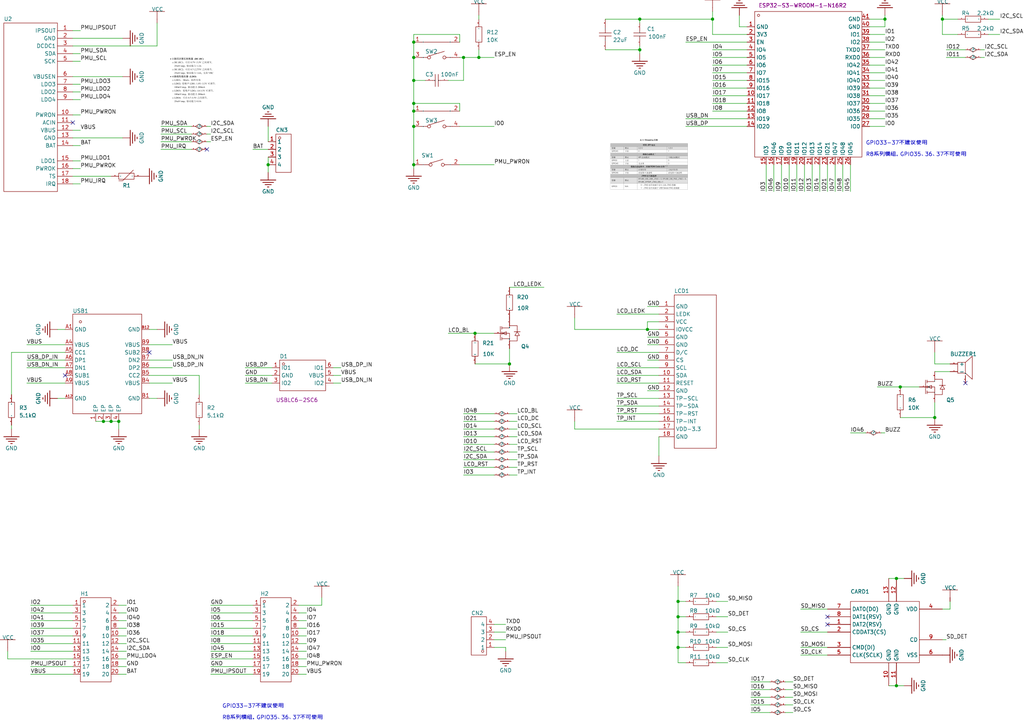
<source format=kicad_sch>
(kicad_sch (version 20250114) (generator "eeschema") (generator_version "9.0")
  (paper "User" 339.471 239.065)
  (text "GPIO33-37不建议使用" (at 287.02 48.26 0) (effects (font (size 1.27 1.27)) (justify left bottom)))
  (text "GPIO33-37不建议使用" (at 73.66 234.95 0) (effects (font (size 1.27 1.27)) (justify left bottom)))
  (text "R8系列模组，GPIO35、36、37不可使用" (at 287.02 52.07 0) (effects (font (size 1.27 1.27)) (justify left bottom)))
  (text "R8系列模组，GPIO35、36、37不可使用" (at 73.66 238.76 0) (effects (font (size 1.27 1.27)) (justify left bottom)))
  (junction (at 312.42 6.35))
  (junction (at 224.79 199.39))
  (junction (at 236.22 6.35))
  (junction (at 297.18 191.77))
  (junction (at 137.16 26.67))
  (junction (at 137.16 34.29))
  (junction (at 224.79 204.47))
  (junction (at 153.67 19.05))
  (junction (at 34.29 139.7))
  (junction (at 36.83 139.7))
  (junction (at 168.91 120.65))
  (junction (at 158.75 19.05))
  (junction (at 298.45 128.27))
  (junction (at 137.16 54.61))
  (junction (at 309.88 138.43))
  (junction (at 297.18 227.33))
  (junction (at 39.37 139.7))
  (junction (at 137.16 19.05))
  (junction (at 212.09 6.35))
  (junction (at 157.48 110.49))
  (junction (at 137.16 41.91))
  (junction (at 293.37 6.35))
  (junction (at 137.16 13.97))
  (junction (at 137.16 36.83))
  (junction (at 212.09 16.51))
  (junction (at 224.79 209.55))
  (junction (at 224.79 214.63))
  (junction (at 88.9 54.61))
  (junction (at 214.63 109.22))
  (no_connect (at 274.32 207.01))
  (no_connect (at 49.53 116.84))
  (no_connect (at 274.32 204.47))
  (no_connect (at 68.58 49.53))
  (no_connect (at 21.59 124.46))
  (no_connect (at 320.04 127))
  (no_connect (at 24.13 40.64))
  (wire (pts (xy 68.58 46.99) (xy 69.85 46.99)))
  (wire (pts (xy 99.06 215.9) (xy 101.6 215.9)))
  (wire (pts (xy 236.22 31.75) (xy 247.65 31.75)))
  (wire (pts (xy 39.37 203.2) (xy 41.91 203.2)))
  (wire (pts (xy 26.67 60.96) (xy 24.13 60.96)))
  (wire (pts (xy 293.37 16.51) (xy 288.29 16.51)))
  (wire (pts (xy 320.04 19.05) (xy 313.69 19.05)))
  (wire (pts (xy 153.67 154.94) (xy 163.83 154.94)))
  (wire (pts (xy 168.91 149.86) (xy 171.45 149.86)))
  (wire (pts (xy 317.5 6.35) (xy 312.42 6.35)))
  (wire (pts (xy 214.63 109.22) (xy 190.5 109.22)))
  (wire (pts (xy 204.47 137.16) (xy 218.44 137.16)))
  (wire (pts (xy 274.32 63.5) (xy 274.32 54.61)))
  (wire (pts (xy 260.35 236.22) (xy 262.89 236.22)))
  (wire (pts (xy 99.06 220.98) (xy 101.6 220.98)))
  (wire (pts (xy 236.22 21.59) (xy 247.65 21.59)))
  (wire (pts (xy 66.04 130.81) (xy 66.04 124.46)))
  (wire (pts (xy 255.27 233.68) (xy 248.92 233.68)))
  (wire (pts (xy 49.53 119.38) (xy 57.15 119.38)))
  (wire (pts (xy 26.67 27.94) (xy 24.13 27.94)))
  (wire (pts (xy 288.29 36.83) (xy 293.37 36.83)))
  (wire (pts (xy 21.59 121.92) (xy 8.89 121.92)))
  (wire (pts (xy 137.16 11.43) (xy 137.16 13.97)))
  (wire (pts (xy 293.37 143.51) (xy 292.1 143.51)))
  (wire (pts (xy 167.64 214.63) (xy 163.83 214.63)))
  (wire (pts (xy 190.5 105.41) (xy 190.5 109.22)))
  (wire (pts (xy 293.37 6.35) (xy 288.29 6.35)))
  (wire (pts (xy 168.91 142.24) (xy 171.45 142.24)))
  (wire (pts (xy 312.42 6.35) (xy 312.42 11.43)))
  (wire (pts (xy 63.5 44.45) (xy 53.34 44.45)))
  (wire (pts (xy 236.22 24.13) (xy 247.65 24.13)))
  (wire (pts (xy 24.13 200.66) (xy 10.16 200.66)))
  (wire (pts (xy 274.32 217.17) (xy 265.43 217.17)))
  (wire (pts (xy 274.32 209.55) (xy 265.43 209.55)))
  (wire (pts (xy 63.5 46.99) (xy 53.34 46.99)))
  (wire (pts (xy 19.05 109.22) (xy 21.59 109.22)))
  (wire (pts (xy 256.54 63.5) (xy 256.54 54.61)))
  (wire (pts (xy 163.83 212.09) (xy 167.64 212.09)))
  (wire (pts (xy 99.06 203.2) (xy 101.6 203.2)))
  (wire (pts (xy 224.79 219.71) (xy 227.33 219.71)))
  (wire (pts (xy 49.53 132.08) (xy 52.07 132.08)))
  (wire (pts (xy 314.96 201.93) (xy 314.96 199.39)))
  (wire (pts (xy 293.37 24.13) (xy 288.29 24.13)))
  (wire (pts (xy 101.6 223.52) (xy 99.06 223.52)))
  (wire (pts (xy 214.63 114.3) (xy 218.44 114.3)))
  (wire (pts (xy 168.91 147.32) (xy 171.45 147.32)))
  (wire (pts (xy 137.16 54.61) (xy 137.16 41.91)))
  (wire (pts (xy 24.13 220.98) (xy 10.16 220.98)))
  (wire (pts (xy 218.44 109.22) (xy 214.63 109.22)))
  (wire (pts (xy 204.47 124.46) (xy 218.44 124.46)))
  (wire (pts (xy 49.53 109.22) (xy 52.07 109.22)))
  (wire (pts (xy 2.54 218.44) (xy 2.54 215.9)))
  (wire (pts (xy 212.09 6.35) (xy 200.66 6.35)))
  (wire (pts (xy 66.04 140.97) (xy 66.04 142.24)))
  (wire (pts (xy 39.37 205.74) (xy 41.91 205.74)))
  (wire (pts (xy 140.97 26.67) (xy 137.16 26.67)))
  (wire (pts (xy 255.27 226.06) (xy 248.92 226.06)))
  (wire (pts (xy 261.62 63.5) (xy 261.62 54.61)))
  (wire (pts (xy 163.83 137.16) (xy 153.67 137.16)))
  (wire (pts (xy 293.37 26.67) (xy 288.29 26.67)))
  (wire (pts (xy 212.09 15.24) (xy 212.09 16.51)))
  (wire (pts (xy 152.4 54.61) (xy 163.83 54.61)))
  (wire (pts (xy 214.63 119.38) (xy 218.44 119.38)))
  (wire (pts (xy 204.47 134.62) (xy 218.44 134.62)))
  (wire (pts (xy 24.13 213.36) (xy 10.16 213.36)))
  (wire (pts (xy 153.67 19.05) (xy 158.75 19.05)))
  (wire (pts (xy 325.12 16.51) (xy 326.39 16.51)))
  (wire (pts (xy 327.66 6.35) (xy 331.47 6.35)))
  (wire (pts (xy 90.17 127) (xy 81.28 127)))
  (wire (pts (xy 21.59 127) (xy 8.89 127)))
  (wire (pts (xy 158.75 19.05) (xy 163.83 19.05)))
  (wire (pts (xy 168.91 152.4) (xy 171.45 152.4)))
  (wire (pts (xy 24.13 15.24) (xy 52.07 15.24)))
  (wire (pts (xy 26.67 38.1) (xy 24.13 38.1)))
  (wire (pts (xy 152.4 11.43) (xy 137.16 11.43)))
  (wire (pts (xy 312.42 5.08) (xy 312.42 6.35)))
  (wire (pts (xy 137.16 26.67) (xy 137.16 19.05)))
  (wire (pts (xy 312.42 11.43) (xy 317.5 11.43)))
  (wire (pts (xy 236.22 29.21) (xy 247.65 29.21)))
  (wire (pts (xy 3.81 130.81) (xy 3.81 116.84)))
  (wire (pts (xy 212.09 16.51) (xy 200.66 16.51)))
  (wire (pts (xy 152.4 41.91) (xy 163.83 41.91)))
  (wire (pts (xy 293.37 21.59) (xy 288.29 21.59)))
  (wire (pts (xy 271.78 63.5) (xy 271.78 54.61)))
  (wire (pts (xy 88.9 49.53) (xy 83.82 49.53)))
  (wire (pts (xy 39.37 213.36) (xy 41.91 213.36)))
  (wire (pts (xy 167.64 215.9) (xy 167.64 214.63)))
  (wire (pts (xy 293.37 6.35) (xy 293.37 8.89)))
  (wire (pts (xy 279.4 63.5) (xy 279.4 54.61)))
  (wire (pts (xy 259.08 63.5) (xy 259.08 54.61)))
  (wire (pts (xy 148.59 26.67) (xy 153.67 26.67)))
  (wire (pts (xy 168.91 139.7) (xy 171.45 139.7)))
  (wire (pts (xy 26.67 33.02) (xy 24.13 33.02)))
  (wire (pts (xy 266.7 63.5) (xy 266.7 54.61)))
  (wire (pts (xy 26.67 17.78) (xy 24.13 17.78)))
  (wire (pts (xy 106.68 200.66) (xy 106.68 198.12)))
  (wire (pts (xy 260.35 226.06) (xy 262.89 226.06)))
  (wire (pts (xy 163.83 207.01) (xy 167.64 207.01)))
  (wire (pts (xy 290.83 128.27) (xy 298.45 128.27)))
  (wire (pts (xy 236.22 11.43) (xy 236.22 6.35)))
  (wire (pts (xy 3.81 140.97) (xy 3.81 142.24)))
  (wire (pts (xy 83.82 213.36) (xy 69.85 213.36)))
  (wire (pts (xy 236.22 16.51) (xy 247.65 16.51)))
  (wire (pts (xy 190.5 139.7) (xy 190.5 142.24)))
  (wire (pts (xy 83.82 223.52) (xy 69.85 223.52)))
  (wire (pts (xy 152.4 36.83) (xy 152.4 34.29)))
  (wire (pts (xy 83.82 210.82) (xy 69.85 210.82)))
  (wire (pts (xy 137.16 55.88) (xy 137.16 54.61)))
  (wire (pts (xy 236.22 6.35) (xy 236.22 3.81)))
  (wire (pts (xy 158.75 5.08) (xy 158.75 6.35)))
  (wire (pts (xy 99.06 210.82) (xy 101.6 210.82)))
  (wire (pts (xy 236.22 34.29) (xy 247.65 34.29)))
  (wire (pts (xy 153.67 19.05) (xy 152.4 19.05)))
  (wire (pts (xy 218.44 144.78) (xy 218.44 151.13)))
  (wire (pts (xy 312.42 212.09) (xy 313.69 212.09)))
  (wire (pts (xy 236.22 6.35) (xy 212.09 6.35)))
  (wire (pts (xy 294.64 227.33) (xy 297.18 227.33)))
  (wire (pts (xy 227.33 13.97) (xy 247.65 13.97)))
  (wire (pts (xy 293.37 41.91) (xy 288.29 41.91)))
  (wire (pts (xy 39.37 223.52) (xy 41.91 223.52)))
  (wire (pts (xy 3.81 116.84) (xy 21.59 116.84)))
  (wire (pts (xy 298.45 128.27) (xy 304.8 128.27)))
  (wire (pts (xy 204.47 127) (xy 218.44 127)))
  (wire (pts (xy 39.37 200.66) (xy 41.91 200.66)))
  (wire (pts (xy 224.79 214.63) (xy 224.79 219.71)))
  (wire (pts (xy 153.67 139.7) (xy 163.83 139.7)))
  (wire (pts (xy 237.49 209.55) (xy 241.3 209.55)))
  (wire (pts (xy 247.65 11.43) (xy 236.22 11.43)))
  (wire (pts (xy 49.53 127) (xy 57.15 127)))
  (wire (pts (xy 99.06 213.36) (xy 101.6 213.36)))
  (wire (pts (xy 236.22 36.83) (xy 247.65 36.83)))
  (wire (pts (xy 152.4 13.97) (xy 152.4 11.43)))
  (wire (pts (xy 168.91 120.65) (xy 157.48 120.65)))
  (wire (pts (xy 19.05 132.08) (xy 21.59 132.08)))
  (wire (pts (xy 255.27 231.14) (xy 248.92 231.14)))
  (wire (pts (xy 110.49 124.46) (xy 113.03 124.46)))
  (wire (pts (xy 309.88 133.35) (xy 309.88 138.43)))
  (wire (pts (xy 254 63.5) (xy 254 54.61)))
  (wire (pts (xy 212.09 6.35) (xy 212.09 7.62)))
  (wire (pts (xy 227.33 199.39) (xy 224.79 199.39)))
  (wire (pts (xy 39.37 218.44) (xy 41.91 218.44)))
  (wire (pts (xy 293.37 19.05) (xy 288.29 19.05)))
  (wire (pts (xy 99.06 208.28) (xy 101.6 208.28)))
  (wire (pts (xy 26.67 53.34) (xy 24.13 53.34)))
  (wire (pts (xy 237.49 219.71) (xy 241.3 219.71)))
  (wire (pts (xy 214.63 101.6) (xy 218.44 101.6)))
  (wire (pts (xy 49.53 121.92) (xy 57.15 121.92)))
  (wire (pts (xy 224.79 209.55) (xy 224.79 214.63)))
  (wire (pts (xy 110.49 121.92) (xy 113.03 121.92)))
  (wire (pts (xy 36.83 139.7) (xy 39.37 139.7)))
  (wire (pts (xy 39.37 215.9) (xy 41.91 215.9)))
  (wire (pts (xy 83.82 215.9) (xy 69.85 215.9)))
  (wire (pts (xy 255.27 236.22) (xy 248.92 236.22)))
  (wire (pts (xy 137.16 34.29) (xy 137.16 26.67)))
  (wire (pts (xy 325.12 19.05) (xy 326.39 19.05)))
  (wire (pts (xy 88.9 52.07) (xy 88.9 54.61)))
  (wire (pts (xy 245.11 8.89) (xy 245.11 5.08)))
  (wire (pts (xy 83.82 220.98) (xy 69.85 220.98)))
  (wire (pts (xy 39.37 208.28) (xy 41.91 208.28)))
  (wire (pts (xy 24.13 210.82) (xy 10.16 210.82)))
  (wire (pts (xy 88.9 54.61) (xy 88.9 57.15)))
  (wire (pts (xy 148.59 110.49) (xy 157.48 110.49)))
  (wire (pts (xy 39.37 220.98) (xy 41.91 220.98)))
  (wire (pts (xy 24.13 10.16) (xy 26.67 10.16)))
  (wire (pts (xy 236.22 26.67) (xy 247.65 26.67)))
  (wire (pts (xy 224.79 204.47) (xy 224.79 209.55)))
  (wire (pts (xy 293.37 29.21) (xy 288.29 29.21)))
  (wire (pts (xy 314.96 123.19) (xy 309.88 123.19)))
  (wire (pts (xy 214.63 111.76) (xy 218.44 111.76)))
  (wire (pts (xy 168.91 137.16) (xy 171.45 137.16)))
  (wire (pts (xy 274.32 201.93) (xy 265.43 201.93)))
  (wire (pts (xy 68.58 44.45) (xy 69.85 44.45)))
  (wire (pts (xy 24.13 203.2) (xy 10.16 203.2)))
  (wire (pts (xy 260.35 228.6) (xy 262.89 228.6)))
  (wire (pts (xy 312.42 201.93) (xy 314.96 201.93)))
  (wire (pts (xy 276.86 63.5) (xy 276.86 54.61)))
  (wire (pts (xy 163.83 209.55) (xy 167.64 209.55)))
  (wire (pts (xy 320.04 16.51) (xy 313.69 16.51)))
  (wire (pts (xy 83.82 200.66) (xy 69.85 200.66)))
  (wire (pts (xy 153.67 157.48) (xy 163.83 157.48)))
  (wire (pts (xy 34.29 139.7) (xy 36.83 139.7)))
  (wire (pts (xy 281.94 143.51) (xy 287.02 143.51)))
  (wire (pts (xy 21.59 119.38) (xy 8.89 119.38)))
  (wire (pts (xy 237.49 204.47) (xy 241.3 204.47)))
  (wire (pts (xy 153.67 152.4) (xy 163.83 152.4)))
  (wire (pts (xy 24.13 223.52) (xy 10.16 223.52)))
  (wire (pts (xy 293.37 31.75) (xy 288.29 31.75)))
  (wire (pts (xy 26.67 43.18) (xy 24.13 43.18)))
  (wire (pts (xy 110.49 127) (xy 113.03 127)))
  (wire (pts (xy 218.44 106.68) (xy 214.63 106.68)))
  (wire (pts (xy 247.65 8.89) (xy 245.11 8.89)))
  (wire (pts (xy 227.33 204.47) (xy 224.79 204.47)))
  (wire (pts (xy 168.91 154.94) (xy 171.45 154.94)))
  (wire (pts (xy 88.9 41.91) (xy 88.9 46.99)))
  (wire (pts (xy 39.37 210.82) (xy 41.91 210.82)))
  (wire (pts (xy 26.67 48.26) (xy 24.13 48.26)))
  (wire (pts (xy 218.44 142.24) (xy 190.5 142.24)))
  (wire (pts (xy 227.33 39.37) (xy 247.65 39.37)))
  (wire (pts (xy 293.37 13.97) (xy 288.29 13.97)))
  (wire (pts (xy 40.64 25.4) (xy 24.13 25.4)))
  (wire (pts (xy 36.83 58.42) (xy 24.13 58.42)))
  (wire (pts (xy 24.13 205.74) (xy 10.16 205.74)))
  (wire (pts (xy 153.67 147.32) (xy 163.83 147.32)))
  (wire (pts (xy 83.82 218.44) (xy 69.85 218.44)))
  (wire (pts (xy 53.34 41.91) (xy 63.5 41.91)))
  (wire (pts (xy 158.75 19.05) (xy 158.75 16.51)))
  (wire (pts (xy 255.27 228.6) (xy 248.92 228.6)))
  (wire (pts (xy 24.13 215.9) (xy 10.16 215.9)))
  (wire (pts (xy 309.88 120.65) (xy 314.96 120.65)))
  (wire (pts (xy 204.47 139.7) (xy 218.44 139.7)))
  (wire (pts (xy 297.18 191.77) (xy 299.72 191.77)))
  (wire (pts (xy 214.63 106.68) (xy 214.63 109.22)))
  (wire (pts (xy 24.13 208.28) (xy 10.16 208.28)))
  (wire (pts (xy 212.09 16.51) (xy 212.09 17.78)))
  (wire (pts (xy 293.37 34.29) (xy 288.29 34.29)))
  (wire (pts (xy 237.49 199.39) (xy 241.3 199.39)))
  (wire (pts (xy 68.58 41.91) (xy 69.85 41.91)))
  (wire (pts (xy 24.13 218.44) (xy 2.54 218.44)))
  (wire (pts (xy 63.5 49.53) (xy 53.34 49.53)))
  (wire (pts (xy 26.67 30.48) (xy 24.13 30.48)))
  (wire (pts (xy 281.94 63.5) (xy 281.94 54.61)))
  (wire (pts (xy 288.29 39.37) (xy 293.37 39.37)))
  (wire (pts (xy 40.64 12.7) (xy 24.13 12.7)))
  (wire (pts (xy 21.59 114.3) (xy 8.89 114.3)))
  (wire (pts (xy 309.88 138.43) (xy 298.45 138.43)))
  (wire (pts (xy 83.82 208.28) (xy 69.85 208.28)))
  (wire (pts (xy 218.44 104.14) (xy 204.47 104.14)))
  (wire (pts (xy 294.64 191.77) (xy 297.18 191.77)))
  (wire (pts (xy 31.75 139.7) (xy 34.29 139.7)))
  (wire (pts (xy 168.91 157.48) (xy 171.45 157.48)))
  (wire (pts (xy 204.47 121.92) (xy 218.44 121.92)))
  (wire (pts (xy 309.88 116.84) (xy 309.88 120.65)))
  (wire (pts (xy 24.13 45.72) (xy 40.64 45.72)))
  (wire (pts (xy 293.37 5.08) (xy 293.37 6.35)))
  (wire (pts (xy 153.67 144.78) (xy 163.83 144.78)))
  (wire (pts (xy 49.53 114.3) (xy 57.15 114.3)))
  (wire (pts (xy 227.33 209.55) (xy 224.79 209.55)))
  (wire (pts (xy 52.07 15.24) (xy 52.07 7.62)))
  (wire (pts (xy 39.37 142.24) (xy 39.37 139.7)))
  (wire (pts (xy 293.37 11.43) (xy 288.29 11.43)))
  (wire (pts (xy 137.16 36.83) (xy 137.16 41.91)))
  (wire (pts (xy 83.82 205.74) (xy 69.85 205.74)))
  (wire (pts (xy 90.17 121.92) (xy 81.28 121.92)))
  (wire (pts (xy 168.91 144.78) (xy 171.45 144.78)))
  (wire (pts (xy 274.32 214.63) (xy 265.43 214.63)))
  (wire (pts (xy 327.66 11.43) (xy 331.47 11.43)))
  (wire (pts (xy 137.16 19.05) (xy 137.16 13.97)))
  (wire (pts (xy 83.82 203.2) (xy 69.85 203.2)))
  (wire (pts (xy 264.16 63.5) (xy 264.16 54.61)))
  (wire (pts (xy 214.63 129.54) (xy 218.44 129.54)))
  (wire (pts (xy 90.17 124.46) (xy 81.28 124.46)))
  (wire (pts (xy 236.22 19.05) (xy 247.65 19.05)))
  (wire (pts (xy 137.16 34.29) (xy 137.16 36.83)))
  (wire (pts (xy 297.18 227.33) (xy 299.72 227.33)))
  (wire (pts (xy 260.35 233.68) (xy 262.89 233.68)))
  (wire (pts (xy 163.83 110.49) (xy 157.48 110.49)))
  (wire (pts (xy 153.67 26.67) (xy 153.67 19.05)))
  (wire (pts (xy 224.79 199.39) (xy 224.79 204.47)))
  (wire (pts (xy 204.47 116.84) (xy 218.44 116.84)))
  (wire (pts (xy 26.67 20.32) (xy 24.13 20.32)))
  (wire (pts (xy 293.37 8.89) (xy 288.29 8.89)))
  (wire (pts (xy 99.06 205.74) (xy 101.6 205.74)))
  (wire (pts (xy 99.06 218.44) (xy 101.6 218.44)))
  (wire (pts (xy 204.47 132.08) (xy 218.44 132.08)))
  (wire (pts (xy 153.67 149.86) (xy 163.83 149.86)))
  (wire (pts (xy 269.24 63.5) (xy 269.24 54.61)))
  (wire (pts (xy 260.35 231.14) (xy 262.89 231.14)))
  (wire (pts (xy 153.67 142.24) (xy 163.83 142.24)))
  (wire (pts (xy 99.06 200.66) (xy 106.68 200.66)))
  (wire (pts (xy 152.4 34.29) (xy 137.16 34.29)))
  (wire (pts (xy 224.79 194.31) (xy 224.79 199.39)))
  (wire (pts (xy 227.33 214.63) (xy 224.79 214.63)))
  (wire (pts (xy 237.49 214.63) (xy 241.3 214.63)))
  (wire (pts (xy 66.04 124.46) (xy 49.53 124.46)))
  (wire (pts (xy 26.67 55.88) (xy 24.13 55.88)))
  (wire (pts (xy 180.34 95.25) (xy 168.91 95.25)))
  (wire (pts (xy 227.33 41.91) (xy 247.65 41.91)))
  (wire (pts (xy 168.91 115.57) (xy 168.91 120.65)))
  (image (at 215.265 54.61) (scale 0.289788))
  (image (at 63.881 26.67) (scale 0.361376))
  (label "PMU_SCL" (at 53.34 44.45 0))
  (label "IO8" (at 69.85 213.36 0))
  (label "IO2" (at 10.16 200.66 0))
  (label "TXD0" (at 293.37 16.51 0))
  (label "PMU_LDO1" (at 26.67 53.34 0))
  (label "IO5" (at 248.92 236.22 0))
  (label "SD_DET" (at 241.3 204.47 0))
  (label "SD_CS" (at 265.43 209.55 0))
  (label "IO42" (at 10.16 203.2 0))
  (label "SD_DET" (at 262.89 226.06 0))
  (label "IO10" (at 153.67 147.32 0))
  (label "TP_RST" (at 171.45 154.94 0))
  (label "VBUS" (at 57.15 127 0))
  (label "ESP_EN" (at 163.83 19.05 0))
  (label "IO13" (at 269.24 63.5 90))
  (label "IO14" (at 153.67 142.24 0))
  (label "IO4" (at 236.22 16.51 0))
  (label "SD_MOSI" (at 265.43 214.63 0))
  (label "IO39" (at 10.16 208.28 0))
  (label "I2C_SCL" (at 331.47 6.35 0))
  (label "SD_CLK" (at 241.3 219.71 0))
  (label "PMU_LDO2" (at 26.67 30.48 0))
  (label "PMU_IRQ" (at 53.34 49.53 0))
  (label "LCD_DC" (at 171.45 139.7 0))
  (label "IO6" (at 236.22 21.59 0))
  (label "GND" (at 214.63 119.38 0))
  (label "LCD_LEDK" (at 204.47 104.14 0))
  (label "USB_DN" (at 227.33 39.37 0))
  (label "IO12" (at 313.69 16.51 0))
  (label "IO11" (at 313.69 19.05 0))
  (label "IO35" (at 10.16 213.36 0))
  (label "SD_MOSI" (at 262.89 231.14 0))
  (label "VBUS" (at 10.16 223.52 0))
  (label "GND" (at 41.91 220.98 0))
  (label "LCD_SDA" (at 204.47 124.46 0))
  (label "IO48" (at 153.67 137.16 0))
  (label "USB_DP" (at 81.28 121.92 0))
  (label "PMU_LDO4" (at 41.91 218.44 0))
  (label "IO1" (at 293.37 11.43 0))
  (label "PMU_IRQ" (at 26.67 60.96 0))
  (label "IO14" (at 271.78 63.5 90))
  (label "LCD_SCL" (at 204.47 121.92 0))
  (label "BUZZ" (at 290.83 128.27 0))
  (label "IO47" (at 101.6 215.9 0))
  (label "IO36" (at 293.37 36.83 0))
  (label "PMU_IPSOUT" (at 10.16 220.98 0))
  (label "SD_MISO" (at 265.43 201.93 0))
  (label "USB_DP_IN" (at 57.15 121.92 0))
  (label "PMU_IPSOUT" (at 26.67 10.16 0))
  (label "IO41" (at 10.16 205.74 0))
  (label "TP_INT" (at 171.45 157.48 0))
  (label "IO40" (at 293.37 26.67 0))
  (label "IO42" (at 293.37 21.59 0))
  (label "BUZZ" (at 293.37 143.51 0))
  (label "IO0" (at 163.83 41.91 0))
  (label "LCD_RST" (at 171.45 147.32 0))
  (label "VBUS" (at 26.67 43.18 0))
  (label "BAT" (at 83.82 49.53 0))
  (label "TP_SCL" (at 204.47 132.08 0))
  (label "VBUS" (at 57.15 114.3 0))
  (label "TP_SDA" (at 204.47 134.62 0))
  (label "ESP_EN" (at 69.85 46.99 0))
  (label "VBUS" (at 113.03 124.46 0))
  (label "IO8" (at 236.22 36.83 0))
  (label "PMU_SDA" (at 26.67 17.78 0))
  (label "IO46" (at 281.94 143.51 0))
  (label "IO40" (at 41.91 205.74 0))
  (label "PMU_SCL" (at 26.67 20.32 0))
  (label "IO4" (at 101.6 203.2 0))
  (label "ESP_EN" (at 69.85 218.44 0))
  (label "IO37" (at 293.37 34.29 0))
  (label "IO2" (at 293.37 13.97 0))
  (label "IO3" (at 254 63.5 90))
  (label "USB_DP_IN" (at 8.89 119.38 0))
  (label "IO17" (at 101.6 210.82 0))
  (label "IO46" (at 256.54 63.5 90))
  (label "IO5" (at 236.22 19.05 0))
  (label "I2C_SDA" (at 153.67 152.4 0))
  (label "LCD_RST" (at 153.67 154.94 0))
  (label "SD_DET" (at 313.69 212.09 0))
  (label "LCD_SCL" (at 171.45 142.24 0))
  (label "PMU_PWRON" (at 26.67 38.1 0))
  (label "USB_DP" (at 227.33 41.91 0))
  (label "IO16" (at 236.22 29.21 0))
  (label "GND" (at 69.85 200.66 0))
  (label "I2C_SDA" (at 331.47 11.43 0))
  (label "PMU_LDO3" (at 26.67 27.94 0))
  (label "IO37" (at 10.16 210.82 0))
  (label "PMU_PWRON" (at 163.83 54.61 0))
  (label "VBUS" (at 8.89 114.3 0))
  (label "IO38" (at 41.91 208.28 0))
  (label "GND" (at 214.63 129.54 0))
  (label "IO0" (at 293.37 41.91 0))
  (label "SD_CLK" (at 262.89 233.68 0))
  (label "PMU_LDO4" (at 26.67 33.02 0))
  (label "IO16" (at 101.6 208.28 0))
  (label "IO13" (at 153.67 144.78 0))
  (label "PMU_PWRON" (at 101.6 220.98 0))
  (label "TP_SDA" (at 171.45 152.4 0))
  (label "VBUS" (at 101.6 223.52 0))
  (label "IO36" (at 41.91 210.82 0))
  (label "IO7" (at 101.6 205.74 0))
  (label "IO6" (at 69.85 205.74 0))
  (label "LCD_BL" (at 148.59 110.49 0))
  (label "IO48" (at 101.6 218.44 0))
  (label "USB_DN_IN" (at 8.89 121.92 0))
  (label "IO17" (at 248.92 226.06 0))
  (label "BAT" (at 41.91 223.52 0))
  (label "LCD_RST" (at 204.47 127 0))
  (label "PMU_PWROK" (at 26.67 55.88 0))
  (label "RXD0" (at 293.37 19.05 0))
  (label "IO18" (at 69.85 210.82 0))
  (label "SD_CLK" (at 265.43 217.17 0))
  (label "SD_CS" (at 262.89 236.22 0))
  (label "GND" (at 214.63 114.3 0))
  (label "IO9" (at 101.6 213.36 0))
  (label "PMU_IPSOUT" (at 69.85 223.52 0))
  (label "IO15" (at 248.92 233.68 0))
  (label "USB_DN" (at 81.28 127 0))
  (label "I2C_SCL" (at 153.67 149.86 0))
  (label "IO3" (at 153.67 157.48 0))
  (label "IO6" (at 248.92 231.14 0))
  (label "I2C_SDA" (at 41.91 215.9 0))
  (label "I2C_SCL" (at 326.39 16.51 0))
  (label "SD_MOSI" (at 241.3 214.63 0))
  (label "RXD0" (at 167.64 209.55 0))
  (label "IO38" (at 293.37 31.75 0))
  (label "SD_MISO" (at 241.3 199.39 0))
  (label "IO10" (at 261.62 63.5 90))
  (label "TP_SCL" (at 171.45 149.86 0))
  (label "I2C_SDA" (at 326.39 19.05 0))
  (label "GND" (at 41.91 203.2 0))
  (label "USB_DN_IN" (at 113.03 127 0))
  (label "PMU_SDA" (at 53.34 41.91 0))
  (label "LCD_SDA" (at 171.45 144.78 0))
  (label "GND" (at 214.63 111.76 0))
  (label "IO39" (at 293.37 29.21 0))
  (label "I2C_SCL" (at 41.91 213.36 0))
  (label "PMU_IPSOUT" (at 167.64 212.09 0))
  (label "IO17" (at 236.22 31.75 0))
  (label "IO21" (at 274.32 63.5 90))
  (label "PMU_PWROK" (at 53.34 46.99 0))
  (label "IO11" (at 264.16 63.5 90))
  (label "IO16" (at 248.92 228.6 0))
  (label "IO7" (at 236.22 24.13 0))
  (label "I2C_SDA" (at 69.85 41.91 0))
  (label "GND" (at 81.28 124.46 0))
  (label "TP_RST" (at 204.47 137.16 0))
  (label "LCD_LEDK" (at 170.18 95.25 0))
  (label "IO48" (at 279.4 63.5 90))
  (label "ESP_EN" (at 227.33 13.97 0))
  (label "IO45" (at 281.94 63.5 90))
  (label "IO35" (at 293.37 39.37 0))
  (label "SD_MISO" (at 262.89 228.6 0))
  (label "IO12" (at 266.7 63.5 90))
  (label "IO47" (at 276.86 63.5 90))
  (label "IO18" (at 236.22 34.29 0))
  (label "IO0" (at 10.16 215.9 0))
  (label "SD_CS" (at 241.3 209.55 0))
  (label "BAT" (at 26.67 48.26 0))
  (label "VBUS" (at 8.89 127 0))
  (label "IO45" (at 69.85 215.9 0))
  (label "TXD0" (at 167.64 207.01 0))
  (label "LCD_BL" (at 171.45 137.16 0))
  (label "IO15" (at 69.85 208.28 0))
  (label "IO15" (at 236.22 26.67 0))
  (label "I2C_SCL" (at 69.85 44.45 0))
  (label "LCD_DC" (at 204.47 116.84 0))
  (label "IO1" (at 41.91 200.66 0))
  (label "GND" (at 69.85 220.98 0))
  (label "USB_DN_IN" (at 57.15 119.38 0))
  (label "TP_INT" (at 204.47 139.7 0))
  (label "USB_DP_IN" (at 113.03 121.92 0))
  (label "IO5" (at 69.85 203.2 0))
  (label "GND" (at 214.63 101.6 0))
  (label "IO21" (at 153.67 139.7 0))
  (label "IO9" (at 259.08 63.5 90))
  (label "IO41" (at 293.37 24.13 0))
  (symbol (lib_id "ProPrj_【ES-easyedapro:Ground-GND") (at 52.07 109.22 90) (unit 1)
    (property "Reference" "#PWR?" (effects (hide yes)))
    (property "Value" "GND" (at 58.42 109.22 0))
    (property "Footprint" "ProPrj_【ES-easyedapro:" (effects (hide yes)))
  )
  (symbol (lib_id "ProPrj_【ES-easyedapro:Power-VCC") (at 309.88 116.84 0) (unit 1)
    (property "Reference" "#PWR?" (effects (hide yes)))
    (property "Value" "VCC" (at 308.102 113.03 0) (effects (justify left bottom)))
    (property "Footprint" "ProPrj_【ES-easyedapro:" (effects (hide yes)))
  )
  (symbol (lib_id "ProPrj_【ES-easyedapro:Ground-GND") (at 66.04 142.24 0) (unit 1)
    (property "Reference" "#PWR?" (effects (hide yes)))
    (property "Value" "GND" (at 66.04 148.59 0))
    (property "Footprint" "ProPrj_【ES-easyedapro:" (effects (hide yes)))
  )
  (symbol (lib_id "ProPrj_【ES-easyedapro:RC0402FR-0710KL") (at 232.41 204.47 180) (unit 1)
    (property "Reference" "R8" (at 228.5746 203.2 0) (effects (justify right top)))
    (property "Value" "10kΩ" (at 233.6546 203.2 0) (effects (justify right top)))
    (property "Footprint" "ProPrj_【ES-easyedapro:R0402" (effects (hide yes)))
    (property "Datasheet" "https://atta.szlcsc.com/upload/public/pdf/source/20170606/1496716515432.pdf" (effects (hide yes)))
    (property "Description" "电阻类型:厚膜电阻;阻值:10kΩ;精度:±1%;功率:62.5mW;温度系数:±100ppm/;最大工作电压:50V;工作温度范围:-55~+155;" (effects (hide yes)))
    (property "Manufacturer Part" "RC0402FR-0710KL" (effects (hide yes)))
    (property "Manufacturer" "YAGEO(国巨)" (effects (hide yes)))
    (property "Supplier Part" "C60490" (effects (hide yes)))
    (property "Supplier" "LCSC" (effects (hide yes)))
    (property "LCSC Part Name" "10kΩ ±1%" (effects (hide yes)))
    (property "Operating Temperature Range" "-55~+155" (effects (hide yes)))
    (property "Temperature Coefficient" "±100ppm/" (effects (hide yes)))
  )
  (symbol (lib_id "ProPrj_【ES-easyedapro:ESP32-S3-WROOM-1(N16R2)") (at 267.97 29.21 0) (unit 1)
    (property "Reference" "U1" (at 266.7 -1.2446 0) (effects (justify left bottom)))
    (property "Footprint" "ProPrj_【ES-easyedapro:WIRELM-SMD_ESP32-S3-WROOM-1" (effects (hide yes)))
    (property "Datasheet" "https://atta.szlcsc.com/upload/public/pdf/source/20220628/A2AC12B3C87735CAEB7EBE2DBE80936C.pdf" (effects (hide yes)))
    (property "Manufacturer Part" "ESP32-S3-WROOM-1(N16R2)" (effects (hide yes)))
    (property "Manufacturer" "ESPRESSIF(乐鑫)" (effects (hide yes)))
    (property "Supplier Part" "C2913205" (effects (hide yes)))
    (property "Supplier" "LCSC" (effects (hide yes)))
    (property "LCSC Part Name" "ESP32-S3-WROOM-1-N16R2" (at 251.46 2.54 0) (effects (justify left bottom)))
  )
  (symbol (lib_id "ProPrj_【ES-easyedapro:0402WGF2201TCE") (at 322.58 6.35 0) (unit 1)
    (property "Reference" "R4" (at 318.77 5.08 0) (effects (justify left bottom)))
    (property "Value" "2.2kΩ" (at 323.85 5.08 0) (effects (justify left bottom)))
    (property "Footprint" "ProPrj_【ES-easyedapro:R0402" (effects (hide yes)))
    (property "Datasheet" "https://atta.szlcsc.com/upload/public/pdf/source/20200306/C422600_1E6D84923E4A46A82E41ADD87F860B5C.pdf" (effects (hide yes)))
    (property "Description" "电阻类型:厚膜电阻;阻值:2.2kΩ;精度:±1%;功率:1/16W;温度系数:±100ppm/;最大工作电压:50V;工作温度范围:-55~+155;" (effects (hide yes)))
    (property "Manufacturer Part" "0402WGF2201TCE" (effects (hide yes)))
    (property "Manufacturer" "UNI-ROYAL(厚声)" (effects (hide yes)))
    (property "Supplier Part" "C25879" (effects (hide yes)))
    (property "Supplier" "LCSC" (effects (hide yes)))
    (property "LCSC Part Name" "2.2kΩ ±1%" (effects (hide yes)))
    (property "Operating Temperature Range" "-55~+155" (effects (hide yes)))
    (property "Temperature Coefficient" "±100ppm/" (effects (hide yes)))
  )
  (symbol (lib_id "ProPrj_【ES-easyedapro:TINY-PMU-AXP173") (at 10.16 34.29 0) (unit 1)
    (property "Reference" "U2" (at 1.27 7.0104 0) (effects (justify left bottom)))
    (property "Footprint" "ProPrj_【ES-easyedapro:TINY-PMU-AXP173" (effects (hide yes)))
    (property "Add into BOM" "yes" (effects (hide yes)))
    (property "Convert to PCB" "yes" (effects (hide yes)))
  )
  (symbol (lib_id "ProPrj_【ES-easyedapro:Ground-GND") (at 299.72 227.33 90) (unit 1)
    (property "Reference" "#PWR?" (effects (hide yes)))
    (property "Value" "GND" (at 306.07 227.33 0))
    (property "Footprint" "ProPrj_【ES-easyedapro:" (effects (hide yes)))
  )
  (symbol (lib_id "ProPrj_【ES-easyedapro:AO3400A_C700953") (at 168.91 110.49 0) (unit 1)
    (property "Reference" "Q4" (at 172.72 115.57 0) (effects (justify left bottom)))
    (property "Footprint" "ProPrj_【ES-easyedapro:SOT-23-3_L2.9-W1.3-P1.90-LS2.4-BR" (effects (hide yes)))
    (property "Datasheet" "https://atta.szlcsc.com/upload/public/pdf/source/20200713/C700953_2C399A25E2B0CA38CA8BE1B404780CC1.pdf" (effects (hide yes)))
    (property "Description" "类型:N沟道;漏源电压(Vdss):30V;连续漏极电流(Id):5.2A;功率(Pd):1W;导通电阻(RDS(on)@Vgs,Id):35m@10V,5A;阈值电压(Vgs(th)@Id):1.5V@250A;" (effects (hide yes)))
    (property "Manufacturer Part" "AO3400A" (effects (hide yes)))
    (property "Manufacturer" "HUASHUO(华朔)" (effects (hide yes)))
    (property "Supplier Part" "C700953" (effects (hide yes)))
    (property "Supplier" "LCSC" (effects (hide yes)))
    (property "LCSC Part Name" "N沟道 30V 5.2A" (effects (hide yes)))
    (property "Drain Source On Resistance (RDS(on)@Vgs,Id)" "35m@10V,5A" (effects (hide yes)))
    (property "Gate Threshold Voltage (Vgs(th)@Id)" "1.5V@250A" (effects (hide yes)))
  )
  (symbol (lib_id "ProPrj_【ES-easyedapro:Short-Symbol") (at 257.81 231.14 0) (unit 1)
    (property "Reference" "?" (at 257.81 231.14 0))
    (property "Footprint" "ProPrj_【ES-easyedapro:" (effects (hide yes)))
  )
  (symbol (lib_id "ProPrj_【ES-easyedapro:Short-Symbol") (at 166.37 149.86 0) (unit 1)
    (property "Reference" "?" (at 166.37 149.86 0))
    (property "Footprint" "ProPrj_【ES-easyedapro:" (effects (hide yes)))
  )
  (symbol (lib_id "ProPrj_【ES-easyedapro:TS24CA") (at 144.78 39.37 0) (unit 1)
    (property "Reference" "SW3" (at 140.97 40.64 0) (effects (justify left bottom)))
    (property "Footprint" "ProPrj_【ES-easyedapro:SW-SMD_TS24CA" (effects (hide yes)))
    (property "Datasheet" "https://atta.szlcsc.com/upload/public/pdf/source/20190521/C393942_591A9E318887EFA4274D34029981AD99.pdf" (effects (hide yes)))
    (property "Description" "触点电流:50mA;额定电压(DC):12V;电路结构:单刀单掷;安装方式:卧贴;按钮形状:矩形按钮;带灯:-;开关长度:4.55mm;开关宽度:1.8mm;开关高度:3.5mm;" (effects (hide yes)))
    (property "Manufacturer Part" "TS24CA" (effects (hide yes)))
    (property "Manufacturer" "SHOU HAN(首韩)" (effects (hide yes)))
    (property "Supplier Part" "C393942" (effects (hide yes)))
    (property "Supplier" "LCSC" (effects (hide yes)))
    (property "LCSC Part Name" "2*4*3.5半包小贝贝TS-018小侧按键m165蓝牙耳机轻触开关" (effects (hide yes)))
  )
  (symbol (lib_id "ProPrj_【ES-easyedapro:Short-Symbol") (at 257.81 226.06 0) (unit 1)
    (property "Reference" "?" (at 257.81 226.06 0))
    (property "Footprint" "ProPrj_【ES-easyedapro:" (effects (hide yes)))
  )
  (symbol (lib_id "ProPrj_【ES-easyedapro:Ground-GND") (at 212.09 17.78 0) (unit 1)
    (property "Reference" "#PWR?" (effects (hide yes)))
    (property "Value" "GND" (at 212.09 24.13 0))
    (property "Footprint" "ProPrj_【ES-easyedapro:" (effects (hide yes)))
  )
  (symbol (lib_id "ProPrj_【ES-easyedapro:Ground-GND") (at 19.05 109.22 270) (unit 1)
    (property "Reference" "#PWR?" (effects (hide yes)))
    (property "Value" "GND" (at 12.7 109.22 0))
    (property "Footprint" "ProPrj_【ES-easyedapro:" (effects (hide yes)))
  )
  (symbol (lib_id "ProPrj_【ES-easyedapro:NCP18XH103F03RB") (at 41.91 58.42 0) (unit 1)
    (property "Reference" "R1" (at 40.64 62.23 0) (effects (justify left bottom)))
    (property "Footprint" "ProPrj_【ES-easyedapro:R0603" (effects (hide yes)))
    (property "Datasheet" "https://atta.szlcsc.com/upload/public/pdf/source/20130819/1457706638081.pdf" (effects (hide yes)))
    (property "Description" "阻值(25):10kΩ;电阻精度:±1%;B值精度:±1%;B值(25/50):3380K;功率:100mW;最大稳态电流(25):0.31mA;B值(25/75):-;B值(25/85):3334K;B值(25/100):3455K;工作温度:-40~+125;" (effects (hide yes)))
    (property "Manufacturer Part" "NCP18XH103F03RB" (effects (hide yes)))
    (property "Manufacturer" "muRata(村田)" (effects (hide yes)))
    (property "Supplier Part" "C13564" (effects (hide yes)))
    (property "Supplier" "LCSC" (effects (hide yes)))
    (property "LCSC Part Name" "10kΩ 电阻精度:±1% 3380K" (effects (hide yes)))
    (property "Operating Temperature" "-40~+125" (effects (hide yes)))
  )
  (symbol (lib_id "ProPrj_【ES-easyedapro:Short-Symbol") (at 66.04 46.99 0) (unit 1)
    (property "Reference" "?" (at 66.04 46.99 0))
    (property "Footprint" "ProPrj_【ES-easyedapro:" (effects (hide yes)))
  )
  (symbol (lib_id "ProPrj_【ES-easyedapro:Short-Symbol") (at 166.37 147.32 0) (unit 1)
    (property "Reference" "?" (at 166.37 147.32 0))
    (property "Footprint" "ProPrj_【ES-easyedapro:" (effects (hide yes)))
  )
  (symbol (lib_id "ProPrj_【ES-easyedapro:Power-VCC") (at 236.22 3.81 0) (unit 1)
    (property "Reference" "#PWR?" (effects (hide yes)))
    (property "Value" "VCC" (at 234.442 0 0) (effects (justify left bottom)))
    (property "Footprint" "ProPrj_【ES-easyedapro:" (effects (hide yes)))
  )
  (symbol (lib_id "ProPrj_【ES-easyedapro:Short-Symbol") (at 257.81 236.22 0) (unit 1)
    (property "Reference" "?" (at 257.81 236.22 0))
    (property "Footprint" "ProPrj_【ES-easyedapro:" (effects (hide yes)))
  )
  (symbol (lib_id "ProPrj_【ES-easyedapro:Short-Symbol") (at 257.81 233.68 0) (unit 1)
    (property "Reference" "?" (at 257.81 233.68 0))
    (property "Footprint" "ProPrj_【ES-easyedapro:" (effects (hide yes)))
  )
  (symbol (lib_id "ProPrj_【ES-easyedapro:USBLC6-2SC6_C2827654") (at 100.33 124.46 0) (unit 1)
    (property "Reference" "D1" (at 92.71 118.8466 0) (effects (justify left bottom)))
    (property "Footprint" "ProPrj_【ES-easyedapro:SOT-23-6_L2.9-W1.6-P0.95-LS2.8-BL" (effects (hide yes)))
    (property "Datasheet" "https://atta.szlcsc.com/upload/public/pdf/source/20210810/FBD75DE717D6D97BAC6DD7F2B5C09DCD.pdf" (effects (hide yes)))
    (property "Description" "极性:-;反向关断电压（典型值）:-;击穿电压（最小值）:-;箝位电压:-;峰值脉冲电流（10/1000us）:-;" (effects (hide yes)))
    (property "Manufacturer Part" "USBLC6-2SC6" (effects (hide yes)))
    (property "Manufacturer" "TECH PUBLIC(台舟)" (effects (hide yes)))
    (property "Supplier Part" "C2827654" (effects (hide yes)))
    (property "Supplier" "LCSC" (effects (hide yes)))
    (property "LCSC Part Name" "USBLC6-2SC6" (at 91.44 133.35 0) (effects (justify left bottom)))
  )
  (symbol (lib_id "ProPrj_【ES-easyedapro:RC0402FR-0710KL") (at 232.41 199.39 180) (unit 1)
    (property "Reference" "R7" (at 228.5746 198.12 0) (effects (justify right top)))
    (property "Value" "10kΩ" (at 233.6546 198.12 0) (effects (justify right top)))
    (property "Footprint" "ProPrj_【ES-easyedapro:R0402" (effects (hide yes)))
    (property "Datasheet" "https://atta.szlcsc.com/upload/public/pdf/source/20170606/1496716515432.pdf" (effects (hide yes)))
    (property "Description" "电阻类型:厚膜电阻;阻值:10kΩ;精度:±1%;功率:62.5mW;温度系数:±100ppm/;最大工作电压:50V;工作温度范围:-55~+155;" (effects (hide yes)))
    (property "Manufacturer Part" "RC0402FR-0710KL" (effects (hide yes)))
    (property "Manufacturer" "YAGEO(国巨)" (effects (hide yes)))
    (property "Supplier Part" "C60490" (effects (hide yes)))
    (property "Supplier" "LCSC" (effects (hide yes)))
    (property "LCSC Part Name" "10kΩ ±1%" (effects (hide yes)))
    (property "Operating Temperature Range" "-55~+155" (effects (hide yes)))
    (property "Temperature Coefficient" "±100ppm/" (effects (hide yes)))
  )
  (symbol (lib_id "ProPrj_【ES-easyedapro:Ground-GND") (at 309.88 138.43 0) (unit 1)
    (property "Reference" "#PWR?" (effects (hide yes)))
    (property "Value" "GND" (at 309.88 144.78 0))
    (property "Footprint" "ProPrj_【ES-easyedapro:" (effects (hide yes)))
  )
  (symbol (lib_id "ProPrj_【ES-easyedapro:Ground-GND") (at 245.11 5.08 180) (unit 1)
    (property "Reference" "#PWR?" (effects (hide yes)))
    (property "Value" "GND" (at 245.11 -1.27 0))
    (property "Footprint" "ProPrj_【ES-easyedapro:" (effects (hide yes)))
  )
  (symbol (lib_id "ProPrj_【ES-easyedapro:FH-00655") (at 91.44 212.09 0) (unit 1)
    (property "Reference" "H2" (at 86.36 197.5358 0) (effects (justify left bottom)))
    (property "Footprint" "ProPrj_【ES-easyedapro:HDR-SMD_20P-P2.54-V-F-R2-C10-S2.54-LS7.2-1" (effects (hide yes)))
    (property "Datasheet" "https://atta.szlcsc.com/upload/public/pdf/source/20210507/C2829891_C213CF105364B1492494648AF14C226E.pdf" (effects (hide yes)))
    (property "Description" "间距:2.54mm;总孔位数:20;排数:2;插孔结构:2x10P;行距:2.54mm;安装类型:立贴;圆孔/方孔:方孔;额定电流:3A;额定电压:-;插孔方向:顶部;塑高:8.5mm;工作温度范围:-40~+105;" (effects (hide yes)))
    (property "Manufacturer Part" "FH-00655" (effects (hide yes)))
    (property "Manufacturer" "Liansheng(连盛)" (effects (hide yes)))
    (property "Supplier Part" "C2829891" (effects (hide yes)))
    (property "Supplier" "LCSC" (effects (hide yes)))
    (property "LCSC Part Name" "2x10P 2.54mm" (effects (hide yes)))
    (property "Operating Temperature Range" "-40~+105" (effects (hide yes)))
  )
  (symbol (lib_id "ProPrj_【ES-easyedapro:KH-TYPE-C-16P") (at 36.83 121.92 0) (unit 1)
    (property "Reference" "USB1" (at 24.1046 103.8098 0) (effects (justify left bottom)))
    (property "Footprint" "ProPrj_【ES-easyedapro:USB-C-SMD_KH-TYPE-C-16P" (effects (hide yes)))
    (property "Datasheet" "https://atta.szlcsc.com/upload/public/pdf/source/20200911/C709357_AA8DCEB38BB20E3035A7ED7AE7667837.pdf" (effects (hide yes)))
    (property "Description" "连接器类型:Type-C;标准:-;公母:母座;触点数量:16;端口数量:1;安装方式:卧贴;额定电流 - 电源:3A;工作温度范围:-40~+85;" (effects (hide yes)))
    (property "Manufacturer Part" "KH-TYPE-C-16P" (effects (hide yes)))
    (property "Manufacturer" "kinghelm(金航标)" (effects (hide yes)))
    (property "Supplier Part" "C709357" (effects (hide yes)))
    (property "Supplier" "LCSC" (effects (hide yes)))
    (property "LCSC Part Name" "Type-C 母座 卧贴" (effects (hide yes)))
    (property "Operating Temperature Range" "-40~+85" (effects (hide yes)))
  )
  (symbol (lib_id "ProPrj_【ES-easyedapro:Power-VCC") (at 224.79 194.31 0) (unit 1)
    (property "Reference" "#PWR?" (effects (hide yes)))
    (property "Value" "VCC" (at 223.012 190.5 0) (effects (justify left bottom)))
    (property "Footprint" "ProPrj_【ES-easyedapro:" (effects (hide yes)))
  )
  (symbol (lib_id "ProPrj_【ES-easyedapro:Ground-GND") (at 168.91 120.65 0) (unit 1)
    (property "Reference" "#PWR?" (effects (hide yes)))
    (property "Value" "GND" (at 168.91 127 0))
    (property "Footprint" "ProPrj_【ES-easyedapro:" (effects (hide yes)))
  )
  (symbol (lib_id "ProPrj_【ES-easyedapro:Short-Symbol") (at 322.58 16.51 0) (unit 1)
    (property "Reference" "?" (at 322.58 16.51 0))
    (property "Footprint" "ProPrj_【ES-easyedapro:" (effects (hide yes)))
  )
  (symbol (lib_id "ProPrj_【ES-easyedapro:Short-Symbol") (at 166.37 142.24 0) (unit 1)
    (property "Reference" "?" (at 166.37 142.24 0))
    (property "Footprint" "ProPrj_【ES-easyedapro:" (effects (hide yes)))
  )
  (symbol (lib_id "ProPrj_【ES-easyedapro:Short-Symbol") (at 166.37 152.4 0) (unit 1)
    (property "Reference" "?" (at 166.37 152.4 0))
    (property "Footprint" "ProPrj_【ES-easyedapro:" (effects (hide yes)))
  )
  (symbol (lib_id "ProPrj_【ES-easyedapro:Ground-GND") (at 299.72 191.77 90) (unit 1)
    (property "Reference" "#PWR?" (effects (hide yes)))
    (property "Value" "GND" (at 306.07 191.77 0))
    (property "Footprint" "ProPrj_【ES-easyedapro:" (effects (hide yes)))
  )
  (symbol (lib_id "ProPrj_【ES-easyedapro:Ground-GND") (at 312.42 217.17 90) (unit 1)
    (property "Reference" "#PWR?" (effects (hide yes)))
    (property "Value" "GND" (at 318.77 217.17 0))
    (property "Footprint" "ProPrj_【ES-easyedapro:" (effects (hide yes)))
  )
  (symbol (lib_id "ProPrj_【ES-easyedapro:TR0402D10KQ1025") (at 298.45 133.35 90) (unit 1)
    (property "Reference" "R6" (at 300.99 133.35 90) (effects (justify right top)))
    (property "Value" "10K" (at 300.99 135.89 90) (effects (justify right top)))
    (property "Footprint" "ProPrj_【ES-easyedapro:R0402" (effects (hide yes)))
    (property "Datasheet" "https://atta.szlcsc.com/upload/public/pdf/source/20190415/C149898_7B08651CD36798FFD08F99A8D38CFCAF.pdf" (effects (hide yes)))
    (property "Description" "电阻类型:薄膜电阻;阻值:10k;精度:±0.5%;功率:63mW;温度系数:±25ppm/;最大工作电压:25V;工作温度范围:-55~+155;" (effects (hide yes)))
    (property "Manufacturer Part" "TR0402D10K0Q1025Z" (effects (hide yes)))
    (property "Manufacturer" "EVER OHMS(天二科技)" (effects (hide yes)))
    (property "Supplier Part" "C149898" (effects (hide yes)))
    (property "Supplier" "LCSC" (effects (hide yes)))
    (property "LCSC Part Name" "10k ±0.5%" (effects (hide yes)))
    (property "Operating Temperature Range" "-55~+155" (effects (hide yes)))
    (property "Temperature Coefficient" "±25ppm/" (effects (hide yes)))
  )
  (symbol (lib_id "ProPrj_【ES-easyedapro:Power-VCC") (at 2.54 215.9 0) (unit 1)
    (property "Reference" "#PWR?" (effects (hide yes)))
    (property "Value" "VCC" (at 0.762 212.09 0) (effects (justify left bottom)))
    (property "Footprint" "ProPrj_【ES-easyedapro:" (effects (hide yes)))
  )
  (symbol (lib_id "ProPrj_【ES-easyedapro:Ground-GND") (at 40.64 12.7 90) (unit 1)
    (property "Reference" "#PWR?" (effects (hide yes)))
    (property "Value" "GND" (at 46.99 12.7 0))
    (property "Footprint" "ProPrj_【ES-easyedapro:" (effects (hide yes)))
  )
  (symbol (lib_id "ProPrj_【ES-easyedapro:Short-Symbol") (at 66.04 49.53 0) (unit 1)
    (property "Reference" "?" (at 66.04 49.53 0))
    (property "Footprint" "ProPrj_【ES-easyedapro:" (effects (hide yes)))
  )
  (symbol (lib_id "ProPrj_【ES-easyedapro:Short-Symbol") (at 289.56 143.51 0) (unit 1)
    (property "Reference" "?" (at 289.56 143.51 0))
    (property "Footprint" "ProPrj_【ES-easyedapro:" (effects (hide yes)))
  )
  (symbol (lib_id "ProPrj_【ES-easyedapro:Power-VCC") (at 52.07 7.62 0) (unit 1)
    (property "Reference" "#PWR?" (effects (hide yes)))
    (property "Value" "VCC" (at 50.292 3.81 0) (effects (justify left bottom)))
    (property "Footprint" "ProPrj_【ES-easyedapro:" (effects (hide yes)))
  )
  (symbol (lib_id "ProPrj_【ES-easyedapro:Power-VCC") (at 312.42 5.08 0) (unit 1)
    (property "Reference" "#PWR?" (effects (hide yes)))
    (property "Value" "VCC" (at 310.642 1.27 0) (effects (justify left bottom)))
    (property "Footprint" "ProPrj_【ES-easyedapro:" (effects (hide yes)))
  )
  (symbol (lib_id "ProPrj_【ES-easyedapro:CL05B104KO5NNNC") (at 144.78 26.67 180) (unit 1)
    (property "Reference" "C3" (at 140.97 25.4 0) (effects (justify right top)))
    (property "Value" "100nF" (at 146.05 25.4 0) (effects (justify right top)))
    (property "Footprint" "ProPrj_【ES-easyedapro:C0402_NEW" (effects (hide yes)))
    (property "Datasheet" "https://atta.szlcsc.com/upload/public/pdf/source/20160103/1457707674891.pdf" (effects (hide yes)))
    (property "Description" "容值:100nF;精度:±10%;额定电压:16V;温度系数:X7R;" (effects (hide yes)))
    (property "Manufacturer Part" "CL05B104KO5NNNC" (effects (hide yes)))
    (property "Manufacturer" "SAMSUNG(三星)" (effects (hide yes)))
    (property "Supplier Part" "C1525" (effects (hide yes)))
    (property "Supplier" "LCSC" (effects (hide yes)))
    (property "LCSC Part Name" "100nF ±10% 16V" (effects (hide yes)))
  )
  (symbol (lib_id "ProPrj_【ES-easyedapro:TS24CA") (at 144.78 16.51 0) (unit 1)
    (property "Reference" "SW2" (at 140.97 17.78 0) (effects (justify left bottom)))
    (property "Footprint" "ProPrj_【ES-easyedapro:SW-SMD_TS24CA" (effects (hide yes)))
    (property "Datasheet" "https://atta.szlcsc.com/upload/public/pdf/source/20190521/C393942_591A9E318887EFA4274D34029981AD99.pdf" (effects (hide yes)))
    (property "Description" "触点电流:50mA;额定电压(DC):12V;电路结构:单刀单掷;安装方式:卧贴;按钮形状:矩形按钮;带灯:-;开关长度:4.55mm;开关宽度:1.8mm;开关高度:3.5mm;" (effects (hide yes)))
    (property "Manufacturer Part" "TS24CA" (effects (hide yes)))
    (property "Manufacturer" "SHOU HAN(首韩)" (effects (hide yes)))
    (property "Supplier Part" "C393942" (effects (hide yes)))
    (property "Supplier" "LCSC" (effects (hide yes)))
    (property "LCSC Part Name" "2*4*3.5半包小贝贝TS-018小侧按键m165蓝牙耳机轻触开关" (effects (hide yes)))
  )
  (symbol (lib_id "ProPrj_【ES-easyedapro:Ground-GND") (at 39.37 142.24 0) (unit 1)
    (property "Reference" "#PWR?" (effects (hide yes)))
    (property "Value" "GND" (at 39.37 148.59 0))
    (property "Footprint" "ProPrj_【ES-easyedapro:" (effects (hide yes)))
  )
  (symbol (lib_id "ProPrj_【ES-easyedapro:Ground-GND") (at 167.64 215.9 0) (unit 1)
    (property "Reference" "#PWR?" (effects (hide yes)))
    (property "Value" "GND" (at 167.64 222.25 0))
    (property "Footprint" "ProPrj_【ES-easyedapro:" (effects (hide yes)))
  )
  (symbol (lib_id "ProPrj_【ES-easyedapro:Power-VCC") (at 314.96 199.39 0) (unit 1)
    (property "Reference" "#PWR?" (effects (hide yes)))
    (property "Value" "VCC" (at 313.182 195.58 0) (effects (justify left bottom)))
    (property "Footprint" "ProPrj_【ES-easyedapro:" (effects (hide yes)))
  )
  (symbol (lib_id "ProPrj_【ES-easyedapro:Short-Symbol") (at 322.58 19.05 0) (unit 1)
    (property "Reference" "?" (at 322.58 19.05 0))
    (property "Footprint" "ProPrj_【ES-easyedapro:" (effects (hide yes)))
  )
  (symbol (lib_id "ProPrj_【ES-easyedapro:淘宝1.69寸屏幕") (at 223.52 125.73 0) (unit 1)
    (property "Reference" "LCD1" (at 223.52 97.1804 0) (effects (justify left bottom)))
    (property "Footprint" "ProPrj_【ES-easyedapro:FPC-SMD_18P-P0.50_HDGC_0.5K-HX-18PWB" (effects (hide yes)))
    (property "Description" "https://item.taobao.com/item.htm?spm=a1z0d.6639537.1997196601.49.7a0174846ueIFD&id=662619384744" (effects (hide yes)))
    (property "3D Model Transform" "1304.3,1721.6,309.6,0,0,0,0,0,0" (effects (hide yes)))
  )
  (symbol (lib_id "ProPrj_【ES-easyedapro:Short-Symbol") (at 66.04 44.45 0) (unit 1)
    (property "Reference" "?" (at 66.04 44.45 0))
    (property "Footprint" "ProPrj_【ES-easyedapro:" (effects (hide yes)))
  )
  (symbol (lib_id "ProPrj_【ES-easyedapro:MLT-5020") (at 318.77 121.92 0) (unit 1)
    (property "Reference" "BUZZER1" (at 314.96 118.11 0) (effects (justify left bottom)))
    (property "Value" "4000Hz" (effects (hide yes)))
    (property "Footprint" "ProPrj_【ES-easyedapro:BUZ-SMD_3P-L5.2-W5.2-P3.50-BR" (effects (hide yes)))
    (property "Datasheet" "https://atta.szlcsc.com/upload/public/pdf/source/20210811/111454390007D221D7259018FB170E62.pdf" (effects (hide yes)))
    (property "Description" "驱动方式:无源(外部驱动);构造类型:电磁式;频率:4000Hz;长度:5.2mm;宽度:5.2mm;高度:2.5mm;" (effects (hide yes)))
    (property "Manufacturer Part" "MLT-5020" (effects (hide yes)))
    (property "Manufacturer" "华能" (effects (hide yes)))
    (property "Supplier Part" "C94598" (effects (hide yes)))
    (property "Supplier" "LCSC" (effects (hide yes)))
    (property "LCSC Part Name" "MLT-5020" (effects (hide yes)))
  )
  (symbol (lib_id "ProPrj_【ES-easyedapro:Ground-GND") (at 40.64 45.72 90) (unit 1)
    (property "Reference" "#PWR?" (effects (hide yes)))
    (property "Value" "GND" (at 46.99 45.72 0))
    (property "Footprint" "ProPrj_【ES-easyedapro:" (effects (hide yes)))
  )
  (symbol (lib_id "ProPrj_【ES-easyedapro:Ground-GND") (at 52.07 132.08 90) (unit 1)
    (property "Reference" "#PWR?" (effects (hide yes)))
    (property "Value" "GND" (at 58.42 132.08 0))
    (property "Footprint" "ProPrj_【ES-easyedapro:" (effects (hide yes)))
  )
  (symbol (lib_id "ProPrj_【ES-easyedapro:Short-Symbol") (at 66.04 41.91 0) (unit 1)
    (property "Reference" "?" (at 66.04 41.91 0))
    (property "Footprint" "ProPrj_【ES-easyedapro:" (effects (hide yes)))
  )
  (symbol (lib_id "ProPrj_【ES-easyedapro:Ground-GND") (at 46.99 58.42 90) (unit 1)
    (property "Reference" "#PWR?" (effects (hide yes)))
    (property "Value" "GND" (at 53.34 58.42 0))
    (property "Footprint" "ProPrj_【ES-easyedapro:" (effects (hide yes)))
  )
  (symbol (lib_id "ProPrj_【ES-easyedapro:Short-Symbol") (at 166.37 137.16 0) (unit 1)
    (property "Reference" "?" (at 166.37 137.16 0))
    (property "Footprint" "ProPrj_【ES-easyedapro:" (effects (hide yes)))
  )
  (symbol (lib_id "ProPrj_【ES-easyedapro:0402WGF2201TCE") (at 322.58 11.43 0) (unit 1)
    (property "Reference" "R5" (at 318.77 10.16 0) (effects (justify left bottom)))
    (property "Value" "2.2kΩ" (at 323.85 10.16 0) (effects (justify left bottom)))
    (property "Footprint" "ProPrj_【ES-easyedapro:R0402" (effects (hide yes)))
    (property "Datasheet" "https://atta.szlcsc.com/upload/public/pdf/source/20200306/C422600_1E6D84923E4A46A82E41ADD87F860B5C.pdf" (effects (hide yes)))
    (property "Description" "电阻类型:厚膜电阻;阻值:2.2kΩ;精度:±1%;功率:1/16W;温度系数:±100ppm/;最大工作电压:50V;工作温度范围:-55~+155;" (effects (hide yes)))
    (property "Manufacturer Part" "0402WGF2201TCE" (effects (hide yes)))
    (property "Manufacturer" "UNI-ROYAL(厚声)" (effects (hide yes)))
    (property "Supplier Part" "C25879" (effects (hide yes)))
    (property "Supplier" "LCSC" (effects (hide yes)))
    (property "LCSC Part Name" "2.2kΩ ±1%" (effects (hide yes)))
    (property "Operating Temperature Range" "-55~+155" (effects (hide yes)))
    (property "Temperature Coefficient" "±100ppm/" (effects (hide yes)))
  )
  (symbol (lib_id "ProPrj_【ES-easyedapro:Ground-GND") (at 218.44 151.13 0) (unit 1)
    (property "Reference" "#PWR?" (effects (hide yes)))
    (property "Value" "GND" (at 218.44 157.48 0))
    (property "Footprint" "ProPrj_【ES-easyedapro:" (effects (hide yes)))
  )
  (symbol (lib_id "ProPrj_【ES-easyedapro:RC0402FR-0710KL") (at 232.41 219.71 180) (unit 1)
    (property "Reference" "R11" (at 228.5746 218.44 0) (effects (justify right top)))
    (property "Value" "10kΩ" (at 233.6546 218.44 0) (effects (justify right top)))
    (property "Footprint" "ProPrj_【ES-easyedapro:R0402" (effects (hide yes)))
    (property "Datasheet" "https://atta.szlcsc.com/upload/public/pdf/source/20170606/1496716515432.pdf" (effects (hide yes)))
    (property "Description" "电阻类型:厚膜电阻;阻值:10kΩ;精度:±1%;功率:62.5mW;温度系数:±100ppm/;最大工作电压:50V;工作温度范围:-55~+155;" (effects (hide yes)))
    (property "Manufacturer Part" "RC0402FR-0710KL" (effects (hide yes)))
    (property "Manufacturer" "YAGEO(国巨)" (effects (hide yes)))
    (property "Supplier Part" "C60490" (effects (hide yes)))
    (property "Supplier" "LCSC" (effects (hide yes)))
    (property "LCSC Part Name" "10kΩ ±1%" (effects (hide yes)))
    (property "Operating Temperature Range" "-55~+155" (effects (hide yes)))
    (property "Temperature Coefficient" "±100ppm/" (effects (hide yes)))
  )
  (symbol (lib_id "ProPrj_【ES-easyedapro:RC0402FR-0710KL") (at 232.41 209.55 180) (unit 1)
    (property "Reference" "R9" (at 228.5746 208.28 0) (effects (justify right top)))
    (property "Value" "10kΩ" (at 233.6546 208.28 0) (effects (justify right top)))
    (property "Footprint" "ProPrj_【ES-easyedapro:R0402" (effects (hide yes)))
    (property "Datasheet" "https://atta.szlcsc.com/upload/public/pdf/source/20170606/1496716515432.pdf" (effects (hide yes)))
    (property "Description" "电阻类型:厚膜电阻;阻值:10kΩ;精度:±1%;功率:62.5mW;温度系数:±100ppm/;最大工作电压:50V;工作温度范围:-55~+155;" (effects (hide yes)))
    (property "Manufacturer Part" "RC0402FR-0710KL" (effects (hide yes)))
    (property "Manufacturer" "YAGEO(国巨)" (effects (hide yes)))
    (property "Supplier Part" "C60490" (effects (hide yes)))
    (property "Supplier" "LCSC" (effects (hide yes)))
    (property "LCSC Part Name" "10kΩ ±1%" (effects (hide yes)))
    (property "Operating Temperature Range" "-55~+155" (effects (hide yes)))
    (property "Temperature Coefficient" "±100ppm/" (effects (hide yes)))
  )
  (symbol (lib_id "ProPrj_【ES-easyedapro:Ground-GND") (at 3.81 142.24 0) (unit 1)
    (property "Reference" "#PWR?" (effects (hide yes)))
    (property "Value" "GND" (at 3.81 148.59 0))
    (property "Footprint" "ProPrj_【ES-easyedapro:" (effects (hide yes)))
  )
  (symbol (lib_id "ProPrj_【ES-easyedapro:TS-1088-AR02016") (at 144.78 54.61 0) (unit 1)
    (property "Reference" "SW1" (at 139.7 52.2478 0) (effects (justify left bottom)))
    (property "Footprint" "ProPrj_【ES-easyedapro:SW-SMD_L4.0-W2.9-LS5.0" (effects (hide yes)))
    (property "Datasheet" "https://atta.szlcsc.com/upload/public/pdf/source/20200810/C720475_60D09DD6C54279ADDB2DC25100F1CC11.pdf" (effects (hide yes)))
    (property "Description" "触点电流:50mA;额定电压(DC):12V;绝缘电阻:100MΩ;电路结构:单刀单掷;安装方式:立贴;按钮形状:圆形按钮;按钮/盖帽颜色:黑色;作用力:160gf@±50gf;机械寿命:100000;工作温度:-30~+80;引脚样式:SMD接片;开关长度:4mm;开关宽度:3mm;开关高度:2mm;带支架:否;" (effects (hide yes)))
    (property "Manufacturer Part" "TS-1088-AR02016" (effects (hide yes)))
    (property "Manufacturer" "XUNPU(讯普)" (effects (hide yes)))
    (property "Supplier Part" "C720477" (effects (hide yes)))
    (property "Supplier" "LCSC" (effects (hide yes)))
    (property "LCSC Part Name" "342.0 160gf 贴片无柱轻触开关" (effects (hide yes)))
    (property "Operating Temperature" "-30~+80" (effects (hide yes)))
  )
  (symbol (lib_id "ProPrj_【ES-easyedapro:Ground-GND") (at 88.9 57.15 0) (unit 1)
    (property "Reference" "#PWR?" (effects (hide yes)))
    (property "Value" "GND" (at 88.9 63.5 0))
    (property "Footprint" "ProPrj_【ES-easyedapro:" (effects (hide yes)))
  )
  (symbol (lib_id "ProPrj_【ES-easyedapro:Ground-GND") (at 137.16 55.88 0) (unit 1)
    (property "Reference" "#PWR?" (effects (hide yes)))
    (property "Value" "GND" (at 137.16 62.23 0))
    (property "Footprint" "ProPrj_【ES-easyedapro:" (effects (hide yes)))
  )
  (symbol (lib_id "ProPrj_【ES-easyedapro:Ground-GND") (at 293.37 5.08 180) (unit 1)
    (property "Reference" "#PWR?" (effects (hide yes)))
    (property "Value" "GND" (at 293.37 -1.27 0))
    (property "Footprint" "ProPrj_【ES-easyedapro:" (effects (hide yes)))
  )
  (symbol (lib_id "ProPrj_【ES-easyedapro:CL05B104KO5NNNC") (at 212.09 11.43 90) (unit 1)
    (property "Reference" "C1" (at 217.17 8.89 90) (effects (justify left bottom)))
    (property "Value" "100nF" (at 220.98 11.43 90) (effects (justify left bottom)))
    (property "Footprint" "ProPrj_【ES-easyedapro:C0402_NEW" (effects (hide yes)))
    (property "Datasheet" "https://atta.szlcsc.com/upload/public/pdf/source/20160103/1457707674891.pdf" (effects (hide yes)))
    (property "Description" "容值:100nF;精度:±10%;额定电压:16V;温度系数:X7R;" (effects (hide yes)))
    (property "Manufacturer Part" "CL05B104KO5NNNC" (effects (hide yes)))
    (property "Manufacturer" "SAMSUNG(三星)" (effects (hide yes)))
    (property "Supplier Part" "C1525" (effects (hide yes)))
    (property "Supplier" "LCSC" (effects (hide yes)))
    (property "LCSC Part Name" "100nF ±10% 16V" (effects (hide yes)))
  )
  (symbol (lib_id "ProPrj_【ES-easyedapro:Power-VCC") (at 190.5 105.41 0) (unit 1)
    (property "Reference" "#PWR?" (effects (hide yes)))
    (property "Value" "VCC" (at 188.722 101.6 0) (effects (justify left bottom)))
    (property "Footprint" "ProPrj_【ES-easyedapro:" (effects (hide yes)))
  )
  (symbol (lib_id "ProPrj_【ES-easyedapro:Power-VCC") (at 158.75 5.08 0) (unit 1)
    (property "Reference" "#PWR?" (effects (hide yes)))
    (property "Value" "VCC" (at 156.972 1.27 0) (effects (justify left bottom)))
    (property "Footprint" "ProPrj_【ES-easyedapro:" (effects (hide yes)))
  )
  (symbol (lib_id "ProPrj_【ES-easyedapro:0402WGF5101TCE") (at 3.81 135.89 90) (unit 1)
    (property "Reference" "R3" (at 6.35 135.9154 90) (effects (justify right top)))
    (property "Value" "5.1kΩ" (at 6.35 138.4554 90) (effects (justify right top)))
    (property "Footprint" "ProPrj_【ES-easyedapro:R0402" (effects (hide yes)))
    (property "Datasheet" "https://atta.szlcsc.com/upload/public/pdf/source/20200306/C422600_1E6D84923E4A46A82E41ADD87F860B5C.pdf" (effects (hide yes)))
    (property "Description" "电阻类型:厚膜电阻;阻值:5.1kΩ;精度:±1%;功率:1/16W;温度系数:±100ppm/;最大工作电压:50V;工作温度范围:-55~+155;" (effects (hide yes)))
    (property "Manufacturer Part" "0402WGF5101TCE" (effects (hide yes)))
    (property "Manufacturer" "UNI-ROYAL(厚声)" (effects (hide yes)))
    (property "Supplier Part" "C25905" (effects (hide yes)))
    (property "Supplier" "LCSC" (effects (hide yes)))
    (property "LCSC Part Name" "5.1kΩ ±1% 1/16W" (effects (hide yes)))
    (property "Operating Temperature Range" "-55~+155" (effects (hide yes)))
    (property "Temperature Coefficient" "±100ppm/" (effects (hide yes)))
  )
  (symbol (lib_id "ProPrj_【ES-easyedapro:HC-1.25-2PWT") (at 93.98 50.8 0) (unit 1)
    (property "Reference" "CN3" (at 91.44 43.8404 0) (effects (justify left bottom)))
    (property "Footprint" "ProPrj_【ES-easyedapro:CONN-SMD_2P-P1.25-HC-1.25-2PWT" (effects (hide yes)))
    (property "Datasheet" "https://atta.szlcsc.com/upload/public/pdf/source/20210728/C2845379_48B7DC28A4B35DB030A7253F7C3FD974.pdf" (effects (hide yes)))
    (property "Description" "参考系列:-;间距:1.25mm;插针结构:1x2P;排数:1;每排PIN数:2;行距:-;公母:公型插针;安装方式:卧贴;额定电流:1A;工作温度范围:-25~+85;" (effects (hide yes)))
    (property "Manufacturer Part" "HC-1.25-2PWT" (effects (hide yes)))
    (property "Manufacturer" "HCTL(华灿天禄)" (effects (hide yes)))
    (property "Supplier Part" "C2845379" (effects (hide yes)))
    (property "Supplier" "LCSC" (effects (hide yes)))
    (property "LCSC Part Name" "2P 卧贴 间距P=1.25mm" (effects (hide yes)))
    (property "Operating Temperature Range" "-25~+85" (effects (hide yes)))
  )
  (symbol (lib_id "ProPrj_【ES-easyedapro:AO3400A_C700953") (at 309.88 128.27 0) (unit 1)
    (property "Reference" "Q5" (at 313.69 133.35 0) (effects (justify left bottom)))
    (property "Footprint" "ProPrj_【ES-easyedapro:SOT-23-3_L2.9-W1.3-P1.90-LS2.4-BR" (effects (hide yes)))
    (property "Datasheet" "https://atta.szlcsc.com/upload/public/pdf/source/20200713/C700953_2C399A25E2B0CA38CA8BE1B404780CC1.pdf" (effects (hide yes)))
    (property "Description" "类型:N沟道;漏源电压(Vdss):30V;连续漏极电流(Id):5.2A;功率(Pd):1W;导通电阻(RDS(on)@Vgs,Id):35m@10V,5A;阈值电压(Vgs(th)@Id):1.5V@250A;" (effects (hide yes)))
    (property "Manufacturer Part" "AO3400A" (effects (hide yes)))
    (property "Manufacturer" "HUASHUO(华朔)" (effects (hide yes)))
    (property "Supplier Part" "C700953" (effects (hide yes)))
    (property "Supplier" "LCSC" (effects (hide yes)))
    (property "LCSC Part Name" "N沟道 30V 5.2A" (effects (hide yes)))
    (property "3D Model Transform" "98.4,114.2,0,180,0,0,0,0,0" (effects (hide yes)))
    (property "Drain Source On Resistance (RDS(on)@Vgs,Id)" "35m@10V,5A" (effects (hide yes)))
    (property "Gate Threshold Voltage (Vgs(th)@Id)" "1.5V@250A" (effects (hide yes)))
  )
  (symbol (lib_id "ProPrj_【ES-easyedapro:TR0402D10KQ1025") (at 168.91 100.33 270) (unit 1)
    (property "Reference" "R20" (at 175.26 97.79 90) (effects (justify right top)))
    (property "Value" "10R" (at 171.45 102.87 90) (effects (justify left bottom)))
    (property "Footprint" "ProPrj_【ES-easyedapro:R0402" (effects (hide yes)))
    (property "Datasheet" "https://atta.szlcsc.com/upload/public/pdf/source/20190415/C149898_7B08651CD36798FFD08F99A8D38CFCAF.pdf" (effects (hide yes)))
    (property "Description" "电阻类型:薄膜电阻;阻值:10k;精度:±0.5%;功率:63mW;温度系数:±25ppm/;最大工作电压:25V;工作温度范围:-55~+155;" (effects (hide yes)))
    (property "Manufacturer Part" "TR0402D10K0Q1025Z" (effects (hide yes)))
    (property "Manufacturer" "EVER OHMS(天二科技)" (effects (hide yes)))
    (property "Supplier Part" "C149898" (effects (hide yes)))
    (property "Supplier" "LCSC" (effects (hide yes)))
    (property "LCSC Part Name" "10k ±0.5%" (effects (hide yes)))
    (property "Operating Temperature Range" "-55~+155" (effects (hide yes)))
    (property "Temperature Coefficient" "±25ppm/" (effects (hide yes)))
  )
  (symbol (lib_id "ProPrj_【ES-easyedapro:Ground-GND") (at 40.64 25.4 90) (unit 1)
    (property "Reference" "#PWR?" (effects (hide yes)))
    (property "Value" "GND" (at 46.99 25.4 0))
    (property "Footprint" "ProPrj_【ES-easyedapro:" (effects (hide yes)))
  )
  (symbol (lib_id "ProPrj_【ES-easyedapro:TF-01A") (at 293.37 209.55 0) (unit 1)
    (property "Reference" "CARD1" (at 281.94 196.85 0) (effects (justify left bottom)))
    (property "Footprint" "ProPrj_【ES-easyedapro:TF-SMD_TF-01A" (effects (hide yes)))
    (property "Datasheet" "https://atta.szlcsc.com/upload/public/pdf/source/20190322/C91145_63CBD6FB4639A3A3EC6A9721F18AE0FB.pdf" (effects (hide yes)))
    (property "Description" "卡连接方式:自弹式;卡类型:MicroSD卡(TF卡);连接器类型:卡座;本体最大高度:-;触头材质:-;触头镀层:-;工作温度范围:-;焊接温度(最大值):-;" (effects (hide yes)))
    (property "Manufacturer Part" "TF-01A" (effects (hide yes)))
    (property "Manufacturer" "韩国韩荣" (effects (hide yes)))
    (property "Supplier Part" "C91145" (effects (hide yes)))
    (property "Supplier" "LCSC" (effects (hide yes)))
    (property "LCSC Part Name" "自弹式 MicroSD卡(TF卡) 卡座" (effects (hide yes)))
  )
  (symbol (lib_id "ProPrj_【ES-easyedapro:Short-Symbol") (at 166.37 139.7 0) (unit 1)
    (property "Reference" "?" (at 166.37 139.7 0))
    (property "Footprint" "ProPrj_【ES-easyedapro:" (effects (hide yes)))
  )
  (symbol (lib_id "ProPrj_【ES-easyedapro:FH-00655") (at 31.75 212.09 0) (unit 1)
    (property "Reference" "H1" (at 26.67 197.5358 0) (effects (justify left bottom)))
    (property "Footprint" "ProPrj_【ES-easyedapro:HDR-SMD_20P-P2.54-V-F-R2-C10-S2.54-LS7.2-1" (effects (hide yes)))
    (property "Datasheet" "https://atta.szlcsc.com/upload/public/pdf/source/20210507/C2829891_C213CF105364B1492494648AF14C226E.pdf" (effects (hide yes)))
    (property "Description" "间距:2.54mm;总孔位数:20;排数:2;插孔结构:2x10P;行距:2.54mm;安装类型:立贴;圆孔/方孔:方孔;额定电流:3A;额定电压:-;插孔方向:顶部;塑高:8.5mm;工作温度范围:-40~+105;" (effects (hide yes)))
    (property "Manufacturer Part" "FH-00655" (effects (hide yes)))
    (property "Manufacturer" "Liansheng(连盛)" (effects (hide yes)))
    (property "Supplier Part" "C2829891" (effects (hide yes)))
    (property "Supplier" "LCSC" (effects (hide yes)))
    (property "LCSC Part Name" "2x10P 2.54mm" (effects (hide yes)))
    (property "Operating Temperature Range" "-40~+105" (effects (hide yes)))
  )
  (symbol (lib_id "ProPrj_【ES-easyedapro:GRM155R60J226ME11D") (at 200.66 11.43 90) (unit 1)
    (property "Reference" "C2" (at 203.2 11.43 90) (effects (justify right top)))
    (property "Value" "22uF" (at 203.2 13.97 90) (effects (justify right top)))
    (property "Footprint" "ProPrj_【ES-easyedapro:C0402" (effects (hide yes)))
    (property "Datasheet" "https://atta.szlcsc.com/upload/public/pdf/source/20190827/C415703_6BD0543632F9EB034FD8CEA701B6BD0C.pdf" (effects (hide yes)))
    (property "Description" "容值:22uF;精度:±20%;额定电压:6.3V;温度系数:X5R;" (effects (hide yes)))
    (property "Manufacturer Part" "GRM155R60J226ME11D" (effects (hide yes)))
    (property "Manufacturer" "muRata(村田)" (effects (hide yes)))
    (property "Supplier Part" "C415703" (effects (hide yes)))
    (property "Supplier" "LCSC" (effects (hide yes)))
    (property "LCSC Part Name" "22uF ±20% 6.3V" (effects (hide yes)))
  )
  (symbol (lib_id "ProPrj_【ES-easyedapro:Short-Symbol") (at 166.37 157.48 0) (unit 1)
    (property "Reference" "?" (at 166.37 157.48 0))
    (property "Footprint" "ProPrj_【ES-easyedapro:" (effects (hide yes)))
  )
  (symbol (lib_id "ProPrj_【ES-easyedapro:Power-VCC") (at 106.68 198.12 0) (unit 1)
    (property "Reference" "#PWR?" (effects (hide yes)))
    (property "Value" "VCC" (at 104.902 194.31 0) (effects (justify left bottom)))
    (property "Footprint" "ProPrj_【ES-easyedapro:" (effects (hide yes)))
  )
  (symbol (lib_id "ProPrj_【ES-easyedapro:Short-Symbol") (at 257.81 228.6 0) (unit 1)
    (property "Reference" "?" (at 257.81 228.6 0))
    (property "Footprint" "ProPrj_【ES-easyedapro:" (effects (hide yes)))
  )
  (symbol (lib_id "ProPrj_【ES-easyedapro:1125-1104G0Z087CR01") (at 158.75 210.82 180) (unit 1)
    (property "Reference" "CN2" (at 156.21 203.9874 0) (effects (justify right top)))
    (property "Footprint" "ProPrj_【ES-easyedapro:CONN-SMD_1125-1104G0Z087CR01" (effects (hide yes)))
    (property "Datasheet" "https://atta.szlcsc.com/upload/public/pdf/source/20200814/C721858_065EF9A46C6CEDE5E49F8CC6A7E28DB2.pdf" (effects (hide yes)))
    (property "Description" "间距:2.54mm;总PIN位数:4;排数:1;插针结构:1x4P;行距:-;安装类型:卧贴;圆针/方针:方针;额定电流:3A;额定电压:-;配合针长度:6mm;塑高:2.5mm;端接针长度:-;工作温度范围:-40~+105;颜色:黑色;" (effects (hide yes)))
    (property "Manufacturer Part" "1125-1104G0Z087CR01" (effects (hide yes)))
    (property "Manufacturer" "Wcon(维峰电子)" (effects (hide yes)))
    (property "Supplier Part" "C721861" (effects (hide yes)))
    (property "Supplier" "LCSC" (effects (hide yes)))
    (property "LCSC Part Name" "2.54mm 1x4P" (effects (hide yes)))
    (property "Operating Temperature Range" "-40~+105" (effects (hide yes)))
  )
  (symbol (lib_id "ProPrj_【ES-easyedapro:Ground-GND") (at 88.9 41.91 180) (unit 1)
    (property "Reference" "#PWR?" (effects (hide yes)))
    (property "Value" "GND" (at 88.9 35.56 0))
    (property "Footprint" "ProPrj_【ES-easyedapro:" (effects (hide yes)))
  )
  (symbol (lib_id "ProPrj_【ES-easyedapro:TR0402D10KQ1025") (at 157.48 115.57 270) (unit 1)
    (property "Reference" "R21" (at 163.83 113.03 90) (effects (justify right top)))
    (property "Value" "10K" (at 160.02 118.11 90) (effects (justify left bottom)))
    (property "Footprint" "ProPrj_【ES-easyedapro:R0402" (effects (hide yes)))
    (property "Datasheet" "https://atta.szlcsc.com/upload/public/pdf/source/20190415/C149898_7B08651CD36798FFD08F99A8D38CFCAF.pdf" (effects (hide yes)))
    (property "Description" "电阻类型:薄膜电阻;阻值:10k;精度:±0.5%;功率:63mW;温度系数:±25ppm/;最大工作电压:25V;工作温度范围:-55~+155;" (effects (hide yes)))
    (property "Manufacturer Part" "TR0402D10K0Q1025Z" (effects (hide yes)))
    (property "Manufacturer" "EVER OHMS(天二科技)" (effects (hide yes)))
    (property "Supplier Part" "C149898" (effects (hide yes)))
    (property "Supplier" "LCSC" (effects (hide yes)))
    (property "LCSC Part Name" "10k ±0.5%" (effects (hide yes)))
    (property "Operating Temperature Range" "-55~+155" (effects (hide yes)))
    (property "Temperature Coefficient" "±25ppm/" (effects (hide yes)))
  )
  (symbol (lib_id "ProPrj_【ES-easyedapro:TR0402D10KQ1025") (at 158.75 11.43 90) (unit 1)
    (property "Reference" "R12" (at 161.29 11.43 90) (effects (justify right top)))
    (property "Value" "10K" (at 161.29 13.97 90) (effects (justify right top)))
    (property "Footprint" "ProPrj_【ES-easyedapro:R0402" (effects (hide yes)))
    (property "Datasheet" "https://atta.szlcsc.com/upload/public/pdf/source/20190415/C149898_7B08651CD36798FFD08F99A8D38CFCAF.pdf" (effects (hide yes)))
    (property "Description" "电阻类型:薄膜电阻;阻值:10k;精度:±0.5%;功率:63mW;温度系数:±25ppm/;最大工作电压:25V;工作温度范围:-55~+155;" (effects (hide yes)))
    (property "Manufacturer Part" "TR0402D10K0Q1025Z" (effects (hide yes)))
    (property "Manufacturer" "EVER OHMS(天二科技)" (effects (hide yes)))
    (property "Supplier Part" "C149898" (effects (hide yes)))
    (property "Supplier" "LCSC" (effects (hide yes)))
    (property "LCSC Part Name" "10k ±0.5%" (effects (hide yes)))
    (property "Operating Temperature Range" "-55~+155" (effects (hide yes)))
    (property "Temperature Coefficient" "±25ppm/" (effects (hide yes)))
  )
  (symbol (lib_id "ProPrj_【ES-easyedapro:0402WGF5101TCE") (at 66.04 135.89 90) (unit 1)
    (property "Reference" "R2" (at 68.58 135.9154 90) (effects (justify right top)))
    (property "Value" "5.1kΩ" (at 68.58 138.4554 90) (effects (justify right top)))
    (property "Footprint" "ProPrj_【ES-easyedapro:R0402" (effects (hide yes)))
    (property "Datasheet" "https://atta.szlcsc.com/upload/public/pdf/source/20200306/C422600_1E6D84923E4A46A82E41ADD87F860B5C.pdf" (effects (hide yes)))
    (property "Description" "电阻类型:厚膜电阻;阻值:5.1kΩ;精度:±1%;功率:1/16W;温度系数:±100ppm/;最大工作电压:50V;工作温度范围:-55~+155;" (effects (hide yes)))
    (property "Manufacturer Part" "0402WGF5101TCE" (effects (hide yes)))
    (property "Manufacturer" "UNI-ROYAL(厚声)" (effects (hide yes)))
    (property "Supplier Part" "C25905" (effects (hide yes)))
    (property "Supplier" "LCSC" (effects (hide yes)))
    (property "LCSC Part Name" "5.1kΩ ±1% 1/16W" (effects (hide yes)))
    (property "Operating Temperature Range" "-55~+155" (effects (hide yes)))
    (property "Temperature Coefficient" "±100ppm/" (effects (hide yes)))
  )
  (symbol (lib_id "ProPrj_【ES-easyedapro:Short-Symbol") (at 166.37 144.78 0) (unit 1)
    (property "Reference" "?" (at 166.37 144.78 0))
    (property "Footprint" "ProPrj_【ES-easyedapro:" (effects (hide yes)))
  )
  (symbol (lib_id "ProPrj_【ES-easyedapro:RC0402FR-0710KL") (at 232.41 214.63 180) (unit 1)
    (property "Reference" "R10" (at 228.5746 213.36 0) (effects (justify right top)))
    (property "Value" "10kΩ" (at 233.6546 213.36 0) (effects (justify right top)))
    (property "Footprint" "ProPrj_【ES-easyedapro:R0402" (effects (hide yes)))
    (property "Datasheet" "https://atta.szlcsc.com/upload/public/pdf/source/20170606/1496716515432.pdf" (effects (hide yes)))
    (property "Description" "电阻类型:厚膜电阻;阻值:10kΩ;精度:±1%;功率:62.5mW;温度系数:±100ppm/;最大工作电压:50V;工作温度范围:-55~+155;" (effects (hide yes)))
    (property "Manufacturer Part" "RC0402FR-0710KL" (effects (hide yes)))
    (property "Manufacturer" "YAGEO(国巨)" (effects (hide yes)))
    (property "Supplier Part" "C60490" (effects (hide yes)))
    (property "Supplier" "LCSC" (effects (hide yes)))
    (property "LCSC Part Name" "10kΩ ±1%" (effects (hide yes)))
    (property "Operating Temperature Range" "-55~+155" (effects (hide yes)))
    (property "Temperature Coefficient" "±100ppm/" (effects (hide yes)))
  )
  (symbol (lib_id "ProPrj_【ES-easyedapro:Ground-GND") (at 19.05 132.08 270) (unit 1)
    (property "Reference" "#PWR?" (effects (hide yes)))
    (property "Value" "GND" (at 12.7 132.08 0))
    (property "Footprint" "ProPrj_【ES-easyedapro:" (effects (hide yes)))
  )
  (symbol (lib_id "ProPrj_【ES-easyedapro:Power-VCC") (at 190.5 139.7 0) (unit 1)
    (property "Reference" "#PWR?" (effects (hide yes)))
    (property "Value" "VCC" (at 188.722 135.89 0) (effects (justify left bottom)))
    (property "Footprint" "ProPrj_【ES-easyedapro:" (effects (hide yes)))
  )
  (symbol (lib_id "ProPrj_【ES-easyedapro:Short-Symbol") (at 166.37 154.94 0) (unit 1)
    (property "Reference" "?" (at 166.37 154.94 0))
    (property "Footprint" "ProPrj_【ES-easyedapro:" (effects (hide yes)))
  )
)
</source>
